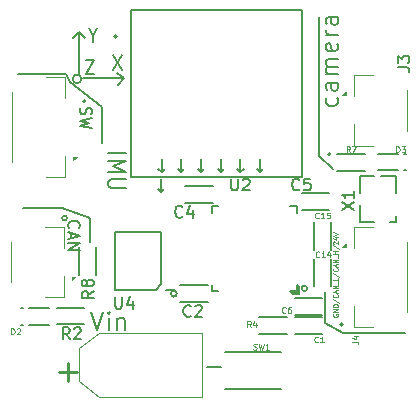
<source format=gbr>
%TF.GenerationSoftware,KiCad,Pcbnew,(6.0.1)*%
%TF.CreationDate,2022-07-23T16:31:21+08:00*%
%TF.ProjectId,IMU_base_V7,494d555f-6261-4736-955f-56372e6b6963,rev?*%
%TF.SameCoordinates,Original*%
%TF.FileFunction,Legend,Top*%
%TF.FilePolarity,Positive*%
%FSLAX46Y46*%
G04 Gerber Fmt 4.6, Leading zero omitted, Abs format (unit mm)*
G04 Created by KiCad (PCBNEW (6.0.1)) date 2022-07-23 16:31:21*
%MOMM*%
%LPD*%
G01*
G04 APERTURE LIST*
%ADD10C,0.150000*%
%ADD11C,0.200000*%
%ADD12C,0.100000*%
%ADD13C,0.187499*%
%ADD14C,0.125000*%
%ADD15C,0.250000*%
%ADD16C,0.120000*%
%ADD17C,0.050000*%
G04 APERTURE END LIST*
D10*
X102000000Y-61500000D02*
X102300000Y-62150000D01*
X101525000Y-61500000D02*
X102000000Y-61500000D01*
D11*
X124907142Y-63507142D02*
X124978571Y-63650000D01*
X124978571Y-63935714D01*
X124907142Y-64078571D01*
X124835714Y-64150000D01*
X124692857Y-64221428D01*
X124264285Y-64221428D01*
X124121428Y-64150000D01*
X124050000Y-64078571D01*
X123978571Y-63935714D01*
X123978571Y-63650000D01*
X124050000Y-63507142D01*
X124978571Y-62221428D02*
X124192857Y-62221428D01*
X124050000Y-62292857D01*
X123978571Y-62435714D01*
X123978571Y-62721428D01*
X124050000Y-62864285D01*
X124907142Y-62221428D02*
X124978571Y-62364285D01*
X124978571Y-62721428D01*
X124907142Y-62864285D01*
X124764285Y-62935714D01*
X124621428Y-62935714D01*
X124478571Y-62864285D01*
X124407142Y-62721428D01*
X124407142Y-62364285D01*
X124335714Y-62221428D01*
X124978571Y-61507142D02*
X123978571Y-61507142D01*
X124121428Y-61507142D02*
X124050000Y-61435714D01*
X123978571Y-61292857D01*
X123978571Y-61078571D01*
X124050000Y-60935714D01*
X124192857Y-60864285D01*
X124978571Y-60864285D01*
X124192857Y-60864285D02*
X124050000Y-60792857D01*
X123978571Y-60650000D01*
X123978571Y-60435714D01*
X124050000Y-60292857D01*
X124192857Y-60221428D01*
X124978571Y-60221428D01*
X124907142Y-58935714D02*
X124978571Y-59078571D01*
X124978571Y-59364285D01*
X124907142Y-59507142D01*
X124764285Y-59578571D01*
X124192857Y-59578571D01*
X124050000Y-59507142D01*
X123978571Y-59364285D01*
X123978571Y-59078571D01*
X124050000Y-58935714D01*
X124192857Y-58864285D01*
X124335714Y-58864285D01*
X124478571Y-59578571D01*
X124978571Y-58221428D02*
X123978571Y-58221428D01*
X124264285Y-58221428D02*
X124121428Y-58150000D01*
X124050000Y-58078571D01*
X123978571Y-57935714D01*
X123978571Y-57792857D01*
X124978571Y-56650000D02*
X124192857Y-56650000D01*
X124050000Y-56721428D01*
X123978571Y-56864285D01*
X123978571Y-57150000D01*
X124050000Y-57292857D01*
X124907142Y-56650000D02*
X124978571Y-56792857D01*
X124978571Y-57150000D01*
X124907142Y-57292857D01*
X124764285Y-57364285D01*
X124621428Y-57364285D01*
X124478571Y-57292857D01*
X124407142Y-57150000D01*
X124407142Y-56792857D01*
X124335714Y-56650000D01*
D12*
X124600000Y-81823809D02*
X124580952Y-81861904D01*
X124580952Y-81919047D01*
X124600000Y-81976190D01*
X124638095Y-82014285D01*
X124676190Y-82033333D01*
X124752380Y-82052380D01*
X124809523Y-82052380D01*
X124885714Y-82033333D01*
X124923809Y-82014285D01*
X124961904Y-81976190D01*
X124980952Y-81919047D01*
X124980952Y-81880952D01*
X124961904Y-81823809D01*
X124942857Y-81804761D01*
X124809523Y-81804761D01*
X124809523Y-81880952D01*
X124980952Y-81633333D02*
X124580952Y-81633333D01*
X124980952Y-81404761D01*
X124580952Y-81404761D01*
X124980952Y-81214285D02*
X124580952Y-81214285D01*
X124580952Y-81119047D01*
X124600000Y-81061904D01*
X124638095Y-81023809D01*
X124676190Y-81004761D01*
X124752380Y-80985714D01*
X124809523Y-80985714D01*
X124885714Y-81004761D01*
X124923809Y-81023809D01*
X124961904Y-81061904D01*
X124980952Y-81119047D01*
X124980952Y-81214285D01*
X124561904Y-80528571D02*
X125076190Y-80871428D01*
X124942857Y-80166666D02*
X124961904Y-80185714D01*
X124980952Y-80242857D01*
X124980952Y-80280952D01*
X124961904Y-80338095D01*
X124923809Y-80376190D01*
X124885714Y-80395238D01*
X124809523Y-80414285D01*
X124752380Y-80414285D01*
X124676190Y-80395238D01*
X124638095Y-80376190D01*
X124600000Y-80338095D01*
X124580952Y-80280952D01*
X124580952Y-80242857D01*
X124600000Y-80185714D01*
X124619047Y-80166666D01*
X124866666Y-80014285D02*
X124866666Y-79823809D01*
X124980952Y-80052380D02*
X124580952Y-79919047D01*
X124980952Y-79785714D01*
X124980952Y-79652380D02*
X124580952Y-79652380D01*
X124980952Y-79423809D01*
X124580952Y-79423809D01*
X125019047Y-79328571D02*
X125019047Y-79023809D01*
X124980952Y-78738095D02*
X124980952Y-78928571D01*
X124580952Y-78928571D01*
X124561904Y-78319047D02*
X125076190Y-78661904D01*
X124942857Y-77957142D02*
X124961904Y-77976190D01*
X124980952Y-78033333D01*
X124980952Y-78071428D01*
X124961904Y-78128571D01*
X124923809Y-78166666D01*
X124885714Y-78185714D01*
X124809523Y-78204761D01*
X124752380Y-78204761D01*
X124676190Y-78185714D01*
X124638095Y-78166666D01*
X124600000Y-78128571D01*
X124580952Y-78071428D01*
X124580952Y-78033333D01*
X124600000Y-77976190D01*
X124619047Y-77957142D01*
X124866666Y-77804761D02*
X124866666Y-77614285D01*
X124980952Y-77842857D02*
X124580952Y-77709523D01*
X124980952Y-77576190D01*
X124980952Y-77442857D02*
X124580952Y-77442857D01*
X124980952Y-77214285D01*
X124580952Y-77214285D01*
X125019047Y-77119047D02*
X125019047Y-76814285D01*
X124980952Y-76719047D02*
X124580952Y-76719047D01*
X124771428Y-76719047D02*
X124771428Y-76490476D01*
X124980952Y-76490476D02*
X124580952Y-76490476D01*
X124561904Y-76014285D02*
X125076190Y-76357142D01*
X124619047Y-75900000D02*
X124600000Y-75880952D01*
X124580952Y-75842857D01*
X124580952Y-75747619D01*
X124600000Y-75709523D01*
X124619047Y-75690476D01*
X124657142Y-75671428D01*
X124695238Y-75671428D01*
X124752380Y-75690476D01*
X124980952Y-75919047D01*
X124980952Y-75671428D01*
X124714285Y-75328571D02*
X124980952Y-75328571D01*
X124561904Y-75423809D02*
X124847619Y-75519047D01*
X124847619Y-75271428D01*
X124580952Y-75176190D02*
X124980952Y-75042857D01*
X124580952Y-74909523D01*
D10*
X105050000Y-64300000D02*
X105050000Y-67300000D01*
X130650000Y-83400000D02*
X125400000Y-83400000D01*
D11*
X103044198Y-61505200D02*
X103044198Y-57919843D01*
D10*
X97875000Y-61500000D02*
X101525000Y-61500000D01*
X122373607Y-79650000D02*
G75*
G03*
X122373607Y-79650000I-223607J0D01*
G01*
X101650000Y-72850000D02*
X104000000Y-73650000D01*
D11*
X102521799Y-61915924D02*
G75*
G03*
X103254447Y-61915924I366324J0D01*
G01*
X106306122Y-61388924D02*
X106839522Y-61871524D01*
D10*
X123400000Y-68400000D02*
X123400000Y-56700000D01*
D11*
X107499800Y-70209336D02*
X121952400Y-70209336D01*
X121952400Y-70209336D02*
X121952400Y-56107800D01*
D10*
X125400000Y-83400000D02*
X123900000Y-82550000D01*
X125458114Y-82700000D02*
G75*
G03*
X125458114Y-82700000I-158114J0D01*
G01*
D11*
X103044198Y-57919843D02*
X103577596Y-58427843D01*
D10*
X104000000Y-73650000D02*
X104000000Y-75700000D01*
X124361803Y-68300000D02*
G75*
G03*
X124361803Y-68300000I-111803J0D01*
G01*
X111350000Y-80100000D02*
G75*
G03*
X111350000Y-80100000I-250000J0D01*
G01*
D11*
X102561598Y-58453243D02*
X103044198Y-57919843D01*
X107499800Y-70209336D02*
X107499800Y-56107800D01*
X103254447Y-61915924D02*
G75*
G03*
X102521799Y-61915924I-366324J0D01*
G01*
D10*
X98350000Y-72850000D02*
X101650000Y-72850000D01*
D11*
X106280600Y-58292197D02*
G75*
G03*
X106026600Y-58292197I-127000J0D01*
G01*
X107499800Y-56107800D02*
X121952400Y-56107800D01*
D10*
X103600000Y-63800000D02*
G75*
G03*
X103600000Y-63800000I-100000J0D01*
G01*
X124600000Y-69500000D02*
X123400000Y-68400000D01*
X102300000Y-62150000D02*
X105050000Y-64300000D01*
D11*
X106331522Y-62404922D02*
X106839522Y-61871524D01*
X106026600Y-58292197D02*
G75*
G03*
X106280600Y-58292197I127000J0D01*
G01*
D10*
X123900000Y-82550000D02*
X123900000Y-79950000D01*
X102050000Y-73700000D02*
G75*
G03*
X102050000Y-73700000I-200000J0D01*
G01*
D11*
X103410522Y-61871524D02*
X106839522Y-61871524D01*
D10*
X105973585Y-59930657D02*
X106693585Y-61130657D01*
X106693585Y-59930657D02*
X105973585Y-61130657D01*
X104274447Y-58247828D02*
X104274447Y-58819257D01*
X103914447Y-57619257D02*
X104274447Y-58247828D01*
X104634447Y-57619257D01*
D13*
X110057588Y-68685715D02*
X110057588Y-69828571D01*
X110314730Y-69542857D02*
X110057588Y-69828571D01*
X109800445Y-69542857D01*
X111729015Y-68685715D02*
X111729015Y-69828571D01*
X111986158Y-69542857D02*
X111729015Y-69828571D01*
X111471872Y-69542857D01*
X113400442Y-68685715D02*
X113400442Y-69828571D01*
X113657585Y-69542857D02*
X113400442Y-69828571D01*
X113143300Y-69542857D01*
X115071870Y-68685715D02*
X115071870Y-69828571D01*
X115329012Y-69542857D02*
X115071870Y-69828571D01*
X114814727Y-69542857D01*
X116743297Y-68685715D02*
X116743297Y-69828571D01*
X117000440Y-69542857D02*
X116743297Y-69828571D01*
X116486154Y-69542857D01*
X118414724Y-68685715D02*
X118414724Y-69828571D01*
X118671867Y-69542857D02*
X118414724Y-69828571D01*
X118157582Y-69542857D01*
D10*
X103662185Y-60286257D02*
X104382185Y-60286257D01*
X103662185Y-61486257D01*
X104382185Y-61486257D01*
D13*
X105510950Y-68214826D02*
X107010949Y-68214826D01*
X105510950Y-68857683D02*
X107010949Y-68857683D01*
X105939521Y-69307683D01*
X107010949Y-69757682D01*
X105510950Y-69757682D01*
X107010949Y-70400539D02*
X105796664Y-70400539D01*
X105653807Y-70464825D01*
X105582379Y-70529110D01*
X105510950Y-70657682D01*
X105510950Y-70914824D01*
X105582379Y-71043396D01*
X105653807Y-71107681D01*
X105796664Y-71171967D01*
X107010949Y-71171967D01*
X109981388Y-70387515D02*
X109981388Y-71530371D01*
X110238530Y-71244657D02*
X109981388Y-71530371D01*
X109724245Y-71244657D01*
D10*
%TO.C,U4*%
X106138095Y-80357380D02*
X106138095Y-81166904D01*
X106185714Y-81262142D01*
X106233333Y-81309761D01*
X106328571Y-81357380D01*
X106519047Y-81357380D01*
X106614285Y-81309761D01*
X106661904Y-81262142D01*
X106709523Y-81166904D01*
X106709523Y-80357380D01*
X107614285Y-80690714D02*
X107614285Y-81357380D01*
X107376190Y-80309761D02*
X107138095Y-81024047D01*
X107757142Y-81024047D01*
%TO.C,C5*%
X121733333Y-71257142D02*
X121685714Y-71304761D01*
X121542857Y-71352380D01*
X121447619Y-71352380D01*
X121304761Y-71304761D01*
X121209523Y-71209523D01*
X121161904Y-71114285D01*
X121114285Y-70923809D01*
X121114285Y-70780952D01*
X121161904Y-70590476D01*
X121209523Y-70495238D01*
X121304761Y-70400000D01*
X121447619Y-70352380D01*
X121542857Y-70352380D01*
X121685714Y-70400000D01*
X121733333Y-70447619D01*
X122638095Y-70352380D02*
X122161904Y-70352380D01*
X122114285Y-70828571D01*
X122161904Y-70780952D01*
X122257142Y-70733333D01*
X122495238Y-70733333D01*
X122590476Y-70780952D01*
X122638095Y-70828571D01*
X122685714Y-70923809D01*
X122685714Y-71161904D01*
X122638095Y-71257142D01*
X122590476Y-71304761D01*
X122495238Y-71352380D01*
X122257142Y-71352380D01*
X122161904Y-71304761D01*
X122114285Y-71257142D01*
D12*
%TO.C,D3*%
X129930952Y-68126190D02*
X129930952Y-67626190D01*
X130050000Y-67626190D01*
X130121428Y-67650000D01*
X130169047Y-67697619D01*
X130192857Y-67745238D01*
X130216666Y-67840476D01*
X130216666Y-67911904D01*
X130192857Y-68007142D01*
X130169047Y-68054761D01*
X130121428Y-68102380D01*
X130050000Y-68126190D01*
X129930952Y-68126190D01*
X130383333Y-67626190D02*
X130692857Y-67626190D01*
X130526190Y-67816666D01*
X130597619Y-67816666D01*
X130645238Y-67840476D01*
X130669047Y-67864285D01*
X130692857Y-67911904D01*
X130692857Y-68030952D01*
X130669047Y-68078571D01*
X130645238Y-68102380D01*
X130597619Y-68126190D01*
X130454761Y-68126190D01*
X130407142Y-68102380D01*
X130383333Y-68078571D01*
D10*
%TO.C,C2*%
X112533333Y-81957142D02*
X112485714Y-82004761D01*
X112342857Y-82052380D01*
X112247619Y-82052380D01*
X112104761Y-82004761D01*
X112009523Y-81909523D01*
X111961904Y-81814285D01*
X111914285Y-81623809D01*
X111914285Y-81480952D01*
X111961904Y-81290476D01*
X112009523Y-81195238D01*
X112104761Y-81100000D01*
X112247619Y-81052380D01*
X112342857Y-81052380D01*
X112485714Y-81100000D01*
X112533333Y-81147619D01*
X112914285Y-81147619D02*
X112961904Y-81100000D01*
X113057142Y-81052380D01*
X113295238Y-81052380D01*
X113390476Y-81100000D01*
X113438095Y-81147619D01*
X113485714Y-81242857D01*
X113485714Y-81338095D01*
X113438095Y-81480952D01*
X112866666Y-82052380D01*
X113485714Y-82052380D01*
D14*
%TO.C,J4*%
X126226190Y-84166666D02*
X126583333Y-84166666D01*
X126654761Y-84190476D01*
X126702380Y-84238095D01*
X126726190Y-84309523D01*
X126726190Y-84357142D01*
X126392857Y-83714285D02*
X126726190Y-83714285D01*
X126202380Y-83833333D02*
X126559523Y-83952380D01*
X126559523Y-83642857D01*
D10*
%TO.C,R8*%
X104302380Y-79866666D02*
X103826190Y-80200000D01*
X104302380Y-80438095D02*
X103302380Y-80438095D01*
X103302380Y-80057142D01*
X103350000Y-79961904D01*
X103397619Y-79914285D01*
X103492857Y-79866666D01*
X103635714Y-79866666D01*
X103730952Y-79914285D01*
X103778571Y-79961904D01*
X103826190Y-80057142D01*
X103826190Y-80438095D01*
X103730952Y-79295238D02*
X103683333Y-79390476D01*
X103635714Y-79438095D01*
X103540476Y-79485714D01*
X103492857Y-79485714D01*
X103397619Y-79438095D01*
X103350000Y-79390476D01*
X103302380Y-79295238D01*
X103302380Y-79104761D01*
X103350000Y-79009523D01*
X103397619Y-78961904D01*
X103492857Y-78914285D01*
X103540476Y-78914285D01*
X103635714Y-78961904D01*
X103683333Y-79009523D01*
X103730952Y-79104761D01*
X103730952Y-79295238D01*
X103778571Y-79390476D01*
X103826190Y-79438095D01*
X103921428Y-79485714D01*
X104111904Y-79485714D01*
X104207142Y-79438095D01*
X104254761Y-79390476D01*
X104302380Y-79295238D01*
X104302380Y-79104761D01*
X104254761Y-79009523D01*
X104207142Y-78961904D01*
X104111904Y-78914285D01*
X103921428Y-78914285D01*
X103826190Y-78961904D01*
X103778571Y-79009523D01*
X103730952Y-79104761D01*
D14*
%TO.C,R7*%
X126016666Y-68126190D02*
X125850000Y-67888095D01*
X125730952Y-68126190D02*
X125730952Y-67626190D01*
X125921428Y-67626190D01*
X125969047Y-67650000D01*
X125992857Y-67673809D01*
X126016666Y-67721428D01*
X126016666Y-67792857D01*
X125992857Y-67840476D01*
X125969047Y-67864285D01*
X125921428Y-67888095D01*
X125730952Y-67888095D01*
X126183333Y-67626190D02*
X126516666Y-67626190D01*
X126302380Y-68126190D01*
D12*
%TO.C,C6*%
X120566666Y-81678571D02*
X120542857Y-81702380D01*
X120471428Y-81726190D01*
X120423809Y-81726190D01*
X120352380Y-81702380D01*
X120304761Y-81654761D01*
X120280952Y-81607142D01*
X120257142Y-81511904D01*
X120257142Y-81440476D01*
X120280952Y-81345238D01*
X120304761Y-81297619D01*
X120352380Y-81250000D01*
X120423809Y-81226190D01*
X120471428Y-81226190D01*
X120542857Y-81250000D01*
X120566666Y-81273809D01*
X120995238Y-81226190D02*
X120900000Y-81226190D01*
X120852380Y-81250000D01*
X120828571Y-81273809D01*
X120780952Y-81345238D01*
X120757142Y-81440476D01*
X120757142Y-81630952D01*
X120780952Y-81678571D01*
X120804761Y-81702380D01*
X120852380Y-81726190D01*
X120947619Y-81726190D01*
X120995238Y-81702380D01*
X121019047Y-81678571D01*
X121042857Y-81630952D01*
X121042857Y-81511904D01*
X121019047Y-81464285D01*
X120995238Y-81440476D01*
X120947619Y-81416666D01*
X120852380Y-81416666D01*
X120804761Y-81440476D01*
X120780952Y-81464285D01*
X120757142Y-81511904D01*
D10*
%TO.C,J3*%
X130052380Y-60933333D02*
X130766666Y-60933333D01*
X130909523Y-60980952D01*
X131004761Y-61076190D01*
X131052380Y-61219047D01*
X131052380Y-61314285D01*
X130052380Y-60552380D02*
X130052380Y-59933333D01*
X130433333Y-60266666D01*
X130433333Y-60123809D01*
X130480952Y-60028571D01*
X130528571Y-59980952D01*
X130623809Y-59933333D01*
X130861904Y-59933333D01*
X130957142Y-59980952D01*
X131004761Y-60028571D01*
X131052380Y-60123809D01*
X131052380Y-60409523D01*
X131004761Y-60504761D01*
X130957142Y-60552380D01*
D12*
%TO.C,C1*%
X123316666Y-84178571D02*
X123292857Y-84202380D01*
X123221428Y-84226190D01*
X123173809Y-84226190D01*
X123102380Y-84202380D01*
X123054761Y-84154761D01*
X123030952Y-84107142D01*
X123007142Y-84011904D01*
X123007142Y-83940476D01*
X123030952Y-83845238D01*
X123054761Y-83797619D01*
X123102380Y-83750000D01*
X123173809Y-83726190D01*
X123221428Y-83726190D01*
X123292857Y-83750000D01*
X123316666Y-83773809D01*
X123792857Y-84226190D02*
X123507142Y-84226190D01*
X123650000Y-84226190D02*
X123650000Y-83726190D01*
X123602380Y-83797619D01*
X123554761Y-83845238D01*
X123507142Y-83869047D01*
%TO.C,SW1*%
X117833333Y-84802380D02*
X117904761Y-84826190D01*
X118023809Y-84826190D01*
X118071428Y-84802380D01*
X118095238Y-84778571D01*
X118119047Y-84730952D01*
X118119047Y-84683333D01*
X118095238Y-84635714D01*
X118071428Y-84611904D01*
X118023809Y-84588095D01*
X117928571Y-84564285D01*
X117880952Y-84540476D01*
X117857142Y-84516666D01*
X117833333Y-84469047D01*
X117833333Y-84421428D01*
X117857142Y-84373809D01*
X117880952Y-84350000D01*
X117928571Y-84326190D01*
X118047619Y-84326190D01*
X118119047Y-84350000D01*
X118285714Y-84326190D02*
X118404761Y-84826190D01*
X118500000Y-84469047D01*
X118595238Y-84826190D01*
X118714285Y-84326190D01*
X119166666Y-84826190D02*
X118880952Y-84826190D01*
X119023809Y-84826190D02*
X119023809Y-84326190D01*
X118976190Y-84397619D01*
X118928571Y-84445238D01*
X118880952Y-84469047D01*
%TO.C,R4*%
X117616666Y-82926190D02*
X117450000Y-82688095D01*
X117330952Y-82926190D02*
X117330952Y-82426190D01*
X117521428Y-82426190D01*
X117569047Y-82450000D01*
X117592857Y-82473809D01*
X117616666Y-82521428D01*
X117616666Y-82592857D01*
X117592857Y-82640476D01*
X117569047Y-82664285D01*
X117521428Y-82688095D01*
X117330952Y-82688095D01*
X118045238Y-82592857D02*
X118045238Y-82926190D01*
X117926190Y-82402380D02*
X117807142Y-82759523D01*
X118116666Y-82759523D01*
D10*
%TO.C,SW*%
X103217238Y-64342857D02*
X103169619Y-64485714D01*
X103169619Y-64723809D01*
X103217238Y-64819047D01*
X103264857Y-64866666D01*
X103360095Y-64914285D01*
X103455333Y-64914285D01*
X103550571Y-64866666D01*
X103598190Y-64819047D01*
X103645809Y-64723809D01*
X103693428Y-64533333D01*
X103741047Y-64438095D01*
X103788666Y-64390476D01*
X103883904Y-64342857D01*
X103979142Y-64342857D01*
X104074380Y-64390476D01*
X104122000Y-64438095D01*
X104169619Y-64533333D01*
X104169619Y-64771428D01*
X104122000Y-64914285D01*
X104169619Y-65247619D02*
X103169619Y-65485714D01*
X103883904Y-65676190D01*
X103169619Y-65866666D01*
X104169619Y-66104761D01*
D15*
%TO.C,+*%
X101338095Y-86742857D02*
X102861904Y-86742857D01*
X102100000Y-87504761D02*
X102100000Y-85980952D01*
D10*
X104114285Y-81678571D02*
X104614285Y-83178571D01*
X105114285Y-81678571D01*
X105614285Y-83178571D02*
X105614285Y-82178571D01*
X105614285Y-81678571D02*
X105542857Y-81750000D01*
X105614285Y-81821428D01*
X105685714Y-81750000D01*
X105614285Y-81678571D01*
X105614285Y-81821428D01*
X106328571Y-82178571D02*
X106328571Y-83178571D01*
X106328571Y-82321428D02*
X106400000Y-82250000D01*
X106542857Y-82178571D01*
X106757142Y-82178571D01*
X106900000Y-82250000D01*
X106971428Y-82392857D01*
X106971428Y-83178571D01*
X113928571Y-86307142D02*
X115071428Y-86307142D01*
%TO.C,X1*%
X125327380Y-73009523D02*
X126327380Y-72342857D01*
X125327380Y-72342857D02*
X126327380Y-73009523D01*
X126327380Y-71438095D02*
X126327380Y-72009523D01*
X126327380Y-71723809D02*
X125327380Y-71723809D01*
X125470238Y-71819047D01*
X125565476Y-71914285D01*
X125613095Y-72009523D01*
D14*
%TO.C,C15*%
X123378571Y-73678571D02*
X123354761Y-73702380D01*
X123283333Y-73726190D01*
X123235714Y-73726190D01*
X123164285Y-73702380D01*
X123116666Y-73654761D01*
X123092857Y-73607142D01*
X123069047Y-73511904D01*
X123069047Y-73440476D01*
X123092857Y-73345238D01*
X123116666Y-73297619D01*
X123164285Y-73250000D01*
X123235714Y-73226190D01*
X123283333Y-73226190D01*
X123354761Y-73250000D01*
X123378571Y-73273809D01*
X123854761Y-73726190D02*
X123569047Y-73726190D01*
X123711904Y-73726190D02*
X123711904Y-73226190D01*
X123664285Y-73297619D01*
X123616666Y-73345238D01*
X123569047Y-73369047D01*
X124307142Y-73226190D02*
X124069047Y-73226190D01*
X124045238Y-73464285D01*
X124069047Y-73440476D01*
X124116666Y-73416666D01*
X124235714Y-73416666D01*
X124283333Y-73440476D01*
X124307142Y-73464285D01*
X124330952Y-73511904D01*
X124330952Y-73630952D01*
X124307142Y-73678571D01*
X124283333Y-73702380D01*
X124235714Y-73726190D01*
X124116666Y-73726190D01*
X124069047Y-73702380D01*
X124045238Y-73678571D01*
D12*
%TO.C,D2*%
X97330952Y-83526190D02*
X97330952Y-83026190D01*
X97450000Y-83026190D01*
X97521428Y-83050000D01*
X97569047Y-83097619D01*
X97592857Y-83145238D01*
X97616666Y-83240476D01*
X97616666Y-83311904D01*
X97592857Y-83407142D01*
X97569047Y-83454761D01*
X97521428Y-83502380D01*
X97450000Y-83526190D01*
X97330952Y-83526190D01*
X97807142Y-83073809D02*
X97830952Y-83050000D01*
X97878571Y-83026190D01*
X97997619Y-83026190D01*
X98045238Y-83050000D01*
X98069047Y-83073809D01*
X98092857Y-83121428D01*
X98092857Y-83169047D01*
X98069047Y-83240476D01*
X97783333Y-83526190D01*
X98092857Y-83526190D01*
D10*
%TO.C,R2*%
X102283333Y-83952380D02*
X101950000Y-83476190D01*
X101711904Y-83952380D02*
X101711904Y-82952380D01*
X102092857Y-82952380D01*
X102188095Y-83000000D01*
X102235714Y-83047619D01*
X102283333Y-83142857D01*
X102283333Y-83285714D01*
X102235714Y-83380952D01*
X102188095Y-83428571D01*
X102092857Y-83476190D01*
X101711904Y-83476190D01*
X102664285Y-83047619D02*
X102711904Y-83000000D01*
X102807142Y-82952380D01*
X103045238Y-82952380D01*
X103140476Y-83000000D01*
X103188095Y-83047619D01*
X103235714Y-83142857D01*
X103235714Y-83238095D01*
X103188095Y-83380952D01*
X102616666Y-83952380D01*
X103235714Y-83952380D01*
%TO.C,C4*%
X111833333Y-73557142D02*
X111785714Y-73604761D01*
X111642857Y-73652380D01*
X111547619Y-73652380D01*
X111404761Y-73604761D01*
X111309523Y-73509523D01*
X111261904Y-73414285D01*
X111214285Y-73223809D01*
X111214285Y-73080952D01*
X111261904Y-72890476D01*
X111309523Y-72795238D01*
X111404761Y-72700000D01*
X111547619Y-72652380D01*
X111642857Y-72652380D01*
X111785714Y-72700000D01*
X111833333Y-72747619D01*
X112690476Y-72985714D02*
X112690476Y-73652380D01*
X112452380Y-72604761D02*
X112214285Y-73319047D01*
X112833333Y-73319047D01*
%TO.C,CAN*%
X102242857Y-74557142D02*
X102195238Y-74509523D01*
X102147619Y-74366666D01*
X102147619Y-74271428D01*
X102195238Y-74128571D01*
X102290476Y-74033333D01*
X102385714Y-73985714D01*
X102576190Y-73938095D01*
X102719047Y-73938095D01*
X102909523Y-73985714D01*
X103004761Y-74033333D01*
X103100000Y-74128571D01*
X103147619Y-74271428D01*
X103147619Y-74366666D01*
X103100000Y-74509523D01*
X103052380Y-74557142D01*
X102433333Y-74938095D02*
X102433333Y-75414285D01*
X102147619Y-74842857D02*
X103147619Y-75176190D01*
X102147619Y-75509523D01*
X102147619Y-75842857D02*
X103147619Y-75842857D01*
X102147619Y-76414285D01*
X103147619Y-76414285D01*
D12*
%TO.C,C14*%
X123428571Y-76978571D02*
X123404761Y-77002380D01*
X123333333Y-77026190D01*
X123285714Y-77026190D01*
X123214285Y-77002380D01*
X123166666Y-76954761D01*
X123142857Y-76907142D01*
X123119047Y-76811904D01*
X123119047Y-76740476D01*
X123142857Y-76645238D01*
X123166666Y-76597619D01*
X123214285Y-76550000D01*
X123285714Y-76526190D01*
X123333333Y-76526190D01*
X123404761Y-76550000D01*
X123428571Y-76573809D01*
X123904761Y-77026190D02*
X123619047Y-77026190D01*
X123761904Y-77026190D02*
X123761904Y-76526190D01*
X123714285Y-76597619D01*
X123666666Y-76645238D01*
X123619047Y-76669047D01*
X124333333Y-76692857D02*
X124333333Y-77026190D01*
X124214285Y-76502380D02*
X124095238Y-76859523D01*
X124404761Y-76859523D01*
D10*
%TO.C,U2*%
X115938095Y-70352380D02*
X115938095Y-71161904D01*
X115985714Y-71257142D01*
X116033333Y-71304761D01*
X116128571Y-71352380D01*
X116319047Y-71352380D01*
X116414285Y-71304761D01*
X116461904Y-71257142D01*
X116509523Y-71161904D01*
X116509523Y-70352380D01*
X116938095Y-70447619D02*
X116985714Y-70400000D01*
X117080952Y-70352380D01*
X117319047Y-70352380D01*
X117414285Y-70400000D01*
X117461904Y-70447619D01*
X117509523Y-70542857D01*
X117509523Y-70638095D01*
X117461904Y-70780952D01*
X116890476Y-71352380D01*
X117509523Y-71352380D01*
D11*
%TO.C,U4*%
X106150000Y-74855000D02*
X110050000Y-74855000D01*
X110050000Y-74855000D02*
X110050000Y-79255000D01*
X110050000Y-79255000D02*
X109550000Y-79755000D01*
X109550000Y-79755000D02*
X106150000Y-79755000D01*
X106150000Y-79755000D02*
X106150000Y-74855000D01*
X111200000Y-79805000D02*
X110400000Y-79805000D01*
D10*
%TO.C,C5*%
X124275000Y-73000000D02*
X121925000Y-73000000D01*
X124275000Y-71600000D02*
X121925000Y-71600000D01*
%TO.C,D3*%
X130058000Y-69650000D02*
X128375000Y-69650000D01*
X130058000Y-68250000D02*
X128375000Y-68250000D01*
X130725000Y-68250000D02*
X130566000Y-68250000D01*
X130725000Y-69650000D02*
X130566000Y-69650000D01*
%TO.C,C2*%
X113975000Y-79400000D02*
X111625000Y-79400000D01*
X113975000Y-80800000D02*
X111625000Y-80800000D01*
D16*
%TO.C,J4*%
X127940000Y-74465000D02*
X126340000Y-74465000D01*
X130810000Y-75735000D02*
X130810000Y-81665000D01*
X127940000Y-82935000D02*
X126340000Y-82935000D01*
X126340000Y-82935000D02*
X126340000Y-81135000D01*
X126340000Y-74465000D02*
X126340000Y-76265000D01*
D17*
X125660000Y-75880000D02*
X125660000Y-76180000D01*
X125660000Y-76180000D02*
X125360000Y-76180000D01*
X125360000Y-76180000D02*
X125660000Y-75880000D01*
G36*
X125660000Y-76180000D02*
G01*
X125360000Y-76180000D01*
X125660000Y-75880000D01*
X125660000Y-76180000D01*
G37*
X125660000Y-76180000D02*
X125360000Y-76180000D01*
X125660000Y-75880000D01*
X125660000Y-76180000D01*
D10*
%TO.C,R8*%
X103100000Y-76125000D02*
X103100000Y-78475000D01*
X104500000Y-76125000D02*
X104500000Y-78475000D01*
%TO.C,R7*%
X127275000Y-68300000D02*
X124925000Y-68300000D01*
X127275000Y-69700000D02*
X124925000Y-69700000D01*
%TO.C,C6*%
X121325000Y-80500000D02*
X123675000Y-80500000D01*
X121325000Y-81900000D02*
X123675000Y-81900000D01*
D16*
%TO.C,J3*%
X126340000Y-61590000D02*
X126340000Y-63390000D01*
X127940000Y-67560000D02*
X126340000Y-67560000D01*
X127940000Y-61590000D02*
X126340000Y-61590000D01*
X130810000Y-62860000D02*
X130810000Y-66290000D01*
X126340000Y-67560000D02*
X126340000Y-65760000D01*
D17*
X125660000Y-63005000D02*
X125660000Y-63305000D01*
X125660000Y-63305000D02*
X125360000Y-63305000D01*
X125360000Y-63305000D02*
X125660000Y-63005000D01*
G36*
X125660000Y-63305000D02*
G01*
X125360000Y-63305000D01*
X125660000Y-63005000D01*
X125660000Y-63305000D01*
G37*
X125660000Y-63305000D02*
X125360000Y-63305000D01*
X125660000Y-63005000D01*
X125660000Y-63305000D01*
D10*
%TO.C,C1*%
X121325000Y-82100000D02*
X123675000Y-82100000D01*
X121325000Y-83500000D02*
X123675000Y-83500000D01*
%TO.C,SW1*%
X120200000Y-85000000D02*
X115400000Y-85000000D01*
X120200000Y-88200000D02*
X115400000Y-88200000D01*
%TO.C,R4*%
X118325000Y-82100000D02*
X120675000Y-82100000D01*
X118325000Y-83500000D02*
X120675000Y-83500000D01*
D16*
%TO.C,SW*%
X97440000Y-68965000D02*
X97440000Y-63035000D01*
X100310000Y-70235000D02*
X101910000Y-70235000D01*
X100310000Y-61765000D02*
X101910000Y-61765000D01*
X101910000Y-70235000D02*
X101910000Y-68435000D01*
X101910000Y-61765000D02*
X101910000Y-63565000D01*
D17*
X102590000Y-68820000D02*
X102590000Y-68520000D01*
X102590000Y-68520000D02*
X102890000Y-68520000D01*
X102890000Y-68520000D02*
X102590000Y-68820000D01*
G36*
X102590000Y-68820000D02*
G01*
X102590000Y-68520000D01*
X102890000Y-68520000D01*
X102590000Y-68820000D01*
G37*
X102590000Y-68820000D02*
X102590000Y-68520000D01*
X102890000Y-68520000D01*
X102590000Y-68820000D01*
D16*
%TO.C,+*%
X103090000Y-87510000D02*
X104790000Y-88810000D01*
X103090000Y-84690000D02*
X104790000Y-83390000D01*
X103090000Y-84690000D02*
X103090000Y-87510000D01*
X104790000Y-83390000D02*
X113510000Y-83390000D01*
X113510000Y-83390000D02*
X113510000Y-88810000D01*
X104790000Y-88810000D02*
X113510000Y-88810000D01*
D11*
%TO.C,X1*%
X128675000Y-70150000D02*
X129875000Y-70150000D01*
X128075000Y-74050000D02*
X126875000Y-74050000D01*
X126875000Y-70150000D02*
X126875000Y-71600000D01*
X129375000Y-74050000D02*
X129875000Y-74050000D01*
X128075000Y-70150000D02*
X126875000Y-70150000D01*
X129875000Y-74050000D02*
X129875000Y-73550000D01*
X126875000Y-74050000D02*
X126875000Y-72600000D01*
X129875000Y-70150000D02*
X129875000Y-71600000D01*
D10*
%TO.C,C15*%
X124400000Y-74025000D02*
X124400000Y-76375000D01*
X123000000Y-74025000D02*
X123000000Y-76375000D01*
%TO.C,D2*%
X98175000Y-82750000D02*
X98334000Y-82750000D01*
X98842000Y-82750000D02*
X100525000Y-82750000D01*
X98842000Y-81350000D02*
X100525000Y-81350000D01*
X98175000Y-81350000D02*
X98334000Y-81350000D01*
%TO.C,R2*%
X101175000Y-81300000D02*
X103525000Y-81300000D01*
X101175000Y-82700000D02*
X103525000Y-82700000D01*
%TO.C,C4*%
X114375000Y-72400000D02*
X112025000Y-72400000D01*
X114375000Y-71000000D02*
X112025000Y-71000000D01*
D16*
%TO.C,CAN*%
X100160000Y-74415000D02*
X101760000Y-74415000D01*
X100160000Y-80385000D02*
X101760000Y-80385000D01*
X101760000Y-80385000D02*
X101760000Y-78585000D01*
X101760000Y-74415000D02*
X101760000Y-76215000D01*
X97290000Y-79115000D02*
X97290000Y-75685000D01*
D17*
X102440000Y-78970000D02*
X102440000Y-78670000D01*
X102440000Y-78670000D02*
X102740000Y-78670000D01*
X102740000Y-78670000D02*
X102440000Y-78970000D01*
G36*
X102440000Y-78970000D02*
G01*
X102440000Y-78670000D01*
X102740000Y-78670000D01*
X102440000Y-78970000D01*
G37*
X102440000Y-78970000D02*
X102440000Y-78670000D01*
X102740000Y-78670000D01*
X102440000Y-78970000D01*
D10*
%TO.C,C14*%
X124400000Y-79475000D02*
X124400000Y-77125000D01*
X123000000Y-79475000D02*
X123000000Y-77125000D01*
D11*
%TO.C,U2*%
X114300000Y-79350000D02*
X114300000Y-79900000D01*
X114850000Y-72700000D02*
X114300000Y-72700000D01*
X114300000Y-79900000D02*
X114850000Y-79900000D01*
X114300000Y-72700000D02*
X114300000Y-73250000D01*
X121500000Y-72700000D02*
X120950000Y-72700000D01*
X121500000Y-73250000D02*
X121500000Y-72700000D01*
X120950000Y-79900000D02*
X121500000Y-79900000D01*
X121500000Y-79900000D02*
X121500000Y-79350000D01*
X121500000Y-79350000D02*
X121700000Y-79550000D01*
X121700000Y-79550000D02*
X121700000Y-80100000D01*
X121700000Y-80100000D02*
X121150000Y-80100000D01*
X121150000Y-80100000D02*
X120950000Y-79900000D01*
G36*
X121700000Y-79550000D02*
G01*
X121700000Y-80100000D01*
X121150000Y-80100000D01*
X120950000Y-79900000D01*
X121500000Y-79900000D01*
X121500000Y-79350000D01*
X121700000Y-79550000D01*
G37*
X121700000Y-79550000D02*
X121700000Y-80100000D01*
X121150000Y-80100000D01*
X120950000Y-79900000D01*
X121500000Y-79900000D01*
X121500000Y-79350000D01*
X121700000Y-79550000D01*
%TD*%
M02*

</source>
